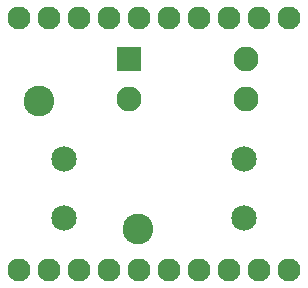
<source format=gbr>
%TF.GenerationSoftware,KiCad,Pcbnew,8.0.7*%
%TF.CreationDate,2025-01-14T17:05:08-05:00*%
%TF.ProjectId,Circuit Power Module,43697263-7569-4742-9050-6f776572204d,rev?*%
%TF.SameCoordinates,Original*%
%TF.FileFunction,Soldermask,Bot*%
%TF.FilePolarity,Negative*%
%FSLAX46Y46*%
G04 Gerber Fmt 4.6, Leading zero omitted, Abs format (unit mm)*
G04 Created by KiCad (PCBNEW 8.0.7) date 2025-01-14 17:05:08*
%MOMM*%
%LPD*%
G01*
G04 APERTURE LIST*
%ADD10C,1.954000*%
%ADD11C,2.604000*%
%ADD12C,2.154000*%
%ADD13R,2.108200X2.108200*%
%ADD14C,2.108200*%
G04 APERTURE END LIST*
D10*
%TO.C,REF\u002A\u002A*%
X69980000Y-73274150D03*
X72520000Y-73274150D03*
X75060000Y-73274150D03*
X77600000Y-73274150D03*
X80140000Y-73274150D03*
X82680000Y-73274150D03*
X85220000Y-73274150D03*
X87760000Y-73274150D03*
X90300000Y-73274150D03*
X92840000Y-73274150D03*
%TD*%
%TO.C,REF\u002A\u002A*%
X69980000Y-52004150D03*
X72520000Y-52004150D03*
X75060000Y-52004150D03*
X77600000Y-52004150D03*
X80140000Y-52004150D03*
X82680000Y-52004150D03*
X85220000Y-52004150D03*
X87760000Y-52004150D03*
X90300000Y-52004150D03*
X92840000Y-52004150D03*
%TD*%
D11*
%TO.C,TP1*%
X71700000Y-59000000D03*
%TD*%
D12*
%TO.C,J2*%
X89040000Y-63910000D03*
X89040000Y-68910000D03*
%TD*%
%TO.C,J1*%
X73800000Y-68910000D03*
X73800000Y-63910000D03*
%TD*%
D13*
%TO.C,F1*%
X79337000Y-55408200D03*
D14*
X79337000Y-58811800D03*
X89243000Y-58811800D03*
X89243000Y-55408200D03*
%TD*%
D11*
%TO.C,TP2*%
X80090000Y-69860000D03*
%TD*%
M02*

</source>
